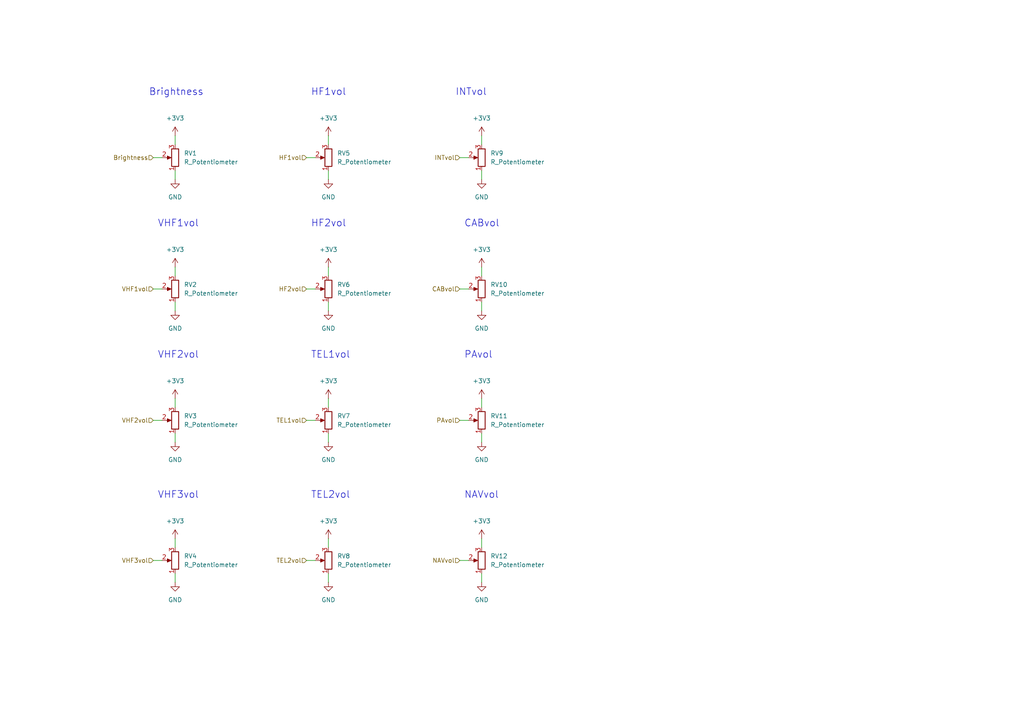
<source format=kicad_sch>
(kicad_sch (version 20231120) (generator "eeschema") (generator_version "8.0")
  (paper "A4")
  (lib_symbols
    (symbol "Device:R_Potentiometer" (pin_names (offset 1.016) hide)
      (property "Reference" "RV" (at -4.445 0 90))
      (property "Value" "R_Potentiometer" (at -2.54 0 90))
      (symbol "R_Potentiometer_0_1"
        (polyline (pts (xy 2.54 0) (xy 1.524 0)))
        (polyline (pts (xy 1.143 0) (xy 2.286 0.508) (xy 2.286 -0.508) (xy 1.143 0)) (fill (type outline)))
        (rectangle (start 1.016 2.54) (end -1.016 -2.54) (stroke (width 0.254)))
      )
      (symbol "R_Potentiometer_1_1"
        (pin passive line (at 0 3.81 270) (length 1.27) (name "1") (number "1"))
        (pin passive line (at 3.81 0 180) (length 1.27) (name "2") (number "2"))
        (pin passive line (at 0 -3.81 90) (length 1.27) (name "3") (number "3"))
      )
    )
    (symbol "power:+3V3" (power) (pin_numbers hide) (pin_names (offset 0) hide)
      (property "Value" "+3V3" (at 0 3.556 0))
      (symbol "+3V3_0_1"
        (polyline (pts (xy -0.762 1.27) (xy 0 2.54)))
        (polyline (pts (xy 0 0) (xy 0 2.54)))
        (polyline (pts (xy 0 2.54) (xy 0.762 1.27)))
      )
      (symbol "+3V3_1_1"
        (pin power_in line (at 0 0 90) (length 0) (name "~") (number "1"))
      )
    )
    (symbol "power:GND" (power) (pin_numbers hide) (pin_names (offset 0) hide)
      (property "Value" "GND" (at 0 -3.81 0))
      (symbol "GND_0_1"
        (polyline (pts (xy 0 0) (xy 0 -1.27) (xy 1.27 -1.27) (xy 0 -2.54) (xy -1.27 -1.27) (xy 0 -1.27)))
      )
      (symbol "GND_1_1"
        (pin power_in line (at 0 0 270) (length 0) (name "~") (number "1"))
      )
    )
  )
  (wire (pts (xy 133.35 121.92) (xy 135.89 121.92)))
  (wire (pts (xy 44.45 83.82) (xy 46.99 83.82)))
  (wire (pts (xy 139.7 39.37) (xy 139.7 41.91)))
  (wire (pts (xy 139.7 166.37) (xy 139.7 168.91)))
  (wire (pts (xy 50.8 87.63) (xy 50.8 90.17)))
  (wire (pts (xy 95.25 115.57) (xy 95.25 118.11)))
  (wire (pts (xy 44.45 121.92) (xy 46.99 121.92)))
  (wire (pts (xy 139.7 125.73) (xy 139.7 128.27)))
  (wire (pts (xy 95.25 125.73) (xy 95.25 128.27)))
  (wire (pts (xy 50.8 115.57) (xy 50.8 118.11)))
  (wire (pts (xy 50.8 49.53) (xy 50.8 52.07)))
  (wire (pts (xy 95.25 166.37) (xy 95.25 168.91)))
  (wire (pts (xy 95.25 49.53) (xy 95.25 52.07)))
  (wire (pts (xy 44.45 45.72) (xy 46.99 45.72)))
  (wire (pts (xy 50.8 166.37) (xy 50.8 168.91)))
  (wire (pts (xy 88.9 121.92) (xy 91.44 121.92)))
  (wire (pts (xy 44.45 162.56) (xy 46.99 162.56)))
  (wire (pts (xy 88.9 162.56) (xy 91.44 162.56)))
  (wire (pts (xy 139.7 87.63) (xy 139.7 90.17)))
  (wire (pts (xy 133.35 45.72) (xy 135.89 45.72)))
  (wire (pts (xy 50.8 77.47) (xy 50.8 80.01)))
  (wire (pts (xy 50.8 156.21) (xy 50.8 158.75)))
  (wire (pts (xy 133.35 162.56) (xy 135.89 162.56)))
  (wire (pts (xy 95.25 77.47) (xy 95.25 80.01)))
  (wire (pts (xy 139.7 49.53) (xy 139.7 52.07)))
  (wire (pts (xy 50.8 125.73) (xy 50.8 128.27)))
  (wire (pts (xy 50.8 39.37) (xy 50.8 41.91)))
  (wire (pts (xy 139.7 77.47) (xy 139.7 80.01)))
  (wire (pts (xy 95.25 39.37) (xy 95.25 41.91)))
  (wire (pts (xy 88.9 83.82) (xy 91.44 83.82)))
  (wire (pts (xy 139.7 156.21) (xy 139.7 158.75)))
  (wire (pts (xy 95.25 87.63) (xy 95.25 90.17)))
  (wire (pts (xy 95.25 156.21) (xy 95.25 158.75)))
  (wire (pts (xy 88.9 45.72) (xy 91.44 45.72)))
  (wire (pts (xy 133.35 83.82) (xy 135.89 83.82)))
  (wire (pts (xy 139.7 115.57) (xy 139.7 118.11)))
  (text "VHF3vol" (at 45.72 144.78 0) (effects (font (size 2 2)) (justify left bottom)))
  (text "Brightness" (at 43.18 27.94 0) (effects (font (size 2 2)) (justify left bottom)))
  (text "NAVvol" (at 134.62 144.78 0) (effects (font (size 2 2)) (justify left bottom)))
  (text "VHF1vol" (at 45.72 66.04 0) (effects (font (size 2 2)) (justify left bottom)))
  (text "HF2vol" (at 90.17 66.04 0) (effects (font (size 2 2)) (justify left bottom)))
  (text "CABvol" (at 134.62 66.04 0) (effects (font (size 2 2)) (justify left bottom)))
  (text "PAvol" (at 134.62 104.14 0) (effects (font (size 2 2)) (justify left bottom)))
  (text "INTvol" (at 132.08 27.94 0) (effects (font (size 2 2)) (justify left bottom)))
  (text "TEL2vol" (at 90.17 144.78 0) (effects (font (size 2 2)) (justify left bottom)))
  (text "VHF2vol" (at 45.72 104.14 0) (effects (font (size 2 2)) (justify left bottom)))
  (text "TEL1vol" (at 90.17 104.14 0) (effects (font (size 2 2)) (justify left bottom)))
  (text "HF1vol" (at 90.17 27.94 0) (effects (font (size 2 2)) (justify left bottom)))
  (hierarchical_label "INTvol" (shape input) (at 133.35 45.72 180))
  (hierarchical_label "VHF2vol" (shape input) (at 44.45 121.92 180))
  (hierarchical_label "PAvol" (shape input) (at 133.35 121.92 180))
  (hierarchical_label "VHF1vol" (shape input) (at 44.45 83.82 180))
  (hierarchical_label "HF1vol" (shape input) (at 88.9 45.72 180))
  (hierarchical_label "NAVvol" (shape input) (at 133.35 162.56 180))
  (hierarchical_label "TEL2vol" (shape input) (at 88.9 162.56 180))
  (hierarchical_label "VHF3vol" (shape input) (at 44.45 162.56 180))
  (hierarchical_label "Brightness" (shape input) (at 44.45 45.72 180))
  (hierarchical_label "TEL1vol" (shape input) (at 88.9 121.92 180))
  (hierarchical_label "HF2vol" (shape input) (at 88.9 83.82 180))
  (hierarchical_label "CABvol" (shape input) (at 133.35 83.82 180))
  (symbol (lib_id "power:+3V3") (at 95.25 115.57 0) (unit 1)
    (property "Reference" "#PWR013" (effects (hide yes)))
    (property "Value" "+3V3" (at 95.25 110.49 0))
    (property "Description" "Power symbol creates a global label with name \"+3V3\"" (effects (hide yes)))
  )
  (symbol (lib_id "power:+3V3") (at 139.7 156.21 0) (unit 1)
    (property "Reference" "#PWR023" (effects (hide yes)))
    (property "Value" "+3V3" (at 139.7 151.13 0))
    (property "Description" "Power symbol creates a global label with name \"+3V3\"" (effects (hide yes)))
  )
  (symbol (lib_id "power:GND") (at 95.25 128.27 0) (unit 1)
    (property "Reference" "#PWR014" (effects (hide yes)))
    (property "Value" "GND" (at 95.25 133.35 0))
    (property "Description" "Power symbol creates a global label with name \"GND\" , ground" (effects (hide yes)))
  )
  (symbol (lib_id "power:+3V3") (at 139.7 39.37 0) (unit 1)
    (property "Reference" "#PWR017" (effects (hide yes)))
    (property "Value" "+3V3" (at 139.7 34.29 0))
    (property "Description" "Power symbol creates a global label with name \"+3V3\"" (effects (hide yes)))
  )
  (symbol (lib_id "Device:R_Potentiometer") (at 50.8 45.72 180) (unit 1)
    (property "Reference" "RV1" (at 53.34 44.45 0) (effects (justify right)))
    (property "Value" "R_Potentiometer" (at 53.34 46.99 0) (effects (justify right)))
    (property "Footprint" "Potentiometer_THT:Potentiometer_Alps_RK09K_Single_Vertical" (effects (hide yes)))
    (property "Datasheet" "https://www.lcsc.com/datasheet/lcsc_datasheet_2410161506_ALPSALPINE-RK09L1140A5L_C7419101.pdf" (effects (hide yes)))
    (property "Manufracturer" "ALPSALPINE" (effects (hide yes)))
    (property "Manufracturer Part Number" "RK09L1140A5L" (effects (hide yes)))
    (property "JLCPCB Part" "C7419101" (effects (hide yes)))
  )
  (symbol (lib_id "power:GND") (at 95.25 90.17 0) (unit 1)
    (property "Reference" "#PWR012" (effects (hide yes)))
    (property "Value" "GND" (at 95.25 95.25 0))
    (property "Description" "Power symbol creates a global label with name \"GND\" , ground" (effects (hide yes)))
  )
  (symbol (lib_id "power:GND") (at 139.7 128.27 0) (unit 1)
    (property "Reference" "#PWR022" (effects (hide yes)))
    (property "Value" "GND" (at 139.7 133.35 0))
    (property "Description" "Power symbol creates a global label with name \"GND\" , ground" (effects (hide yes)))
  )
  (symbol (lib_id "power:GND") (at 50.8 52.07 0) (unit 1)
    (property "Reference" "#PWR02" (effects (hide yes)))
    (property "Value" "GND" (at 50.8 57.15 0))
    (property "Description" "Power symbol creates a global label with name \"GND\" , ground" (effects (hide yes)))
  )
  (symbol (lib_id "power:+3V3") (at 139.7 115.57 0) (unit 1)
    (property "Reference" "#PWR021" (effects (hide yes)))
    (property "Value" "+3V3" (at 139.7 110.49 0))
    (property "Description" "Power symbol creates a global label with name \"+3V3\"" (effects (hide yes)))
  )
  (symbol (lib_id "power:GND") (at 139.7 52.07 0) (unit 1)
    (property "Reference" "#PWR018" (effects (hide yes)))
    (property "Value" "GND" (at 139.7 57.15 0))
    (property "Description" "Power symbol creates a global label with name \"GND\" , ground" (effects (hide yes)))
  )
  (symbol (lib_id "Device:R_Potentiometer") (at 139.7 121.92 180) (unit 1)
    (property "Reference" "RV11" (at 142.24 120.65 0) (effects (justify right)))
    (property "Value" "R_Potentiometer" (at 142.24 123.19 0) (effects (justify right)))
    (property "Footprint" "Potentiometer_THT:Potentiometer_Alps_RK09K_Single_Vertical" (effects (hide yes)))
    (property "Datasheet" "https://www.lcsc.com/datasheet/lcsc_datasheet_2410161506_ALPSALPINE-RK09L1140A5L_C7419101.pdf" (effects (hide yes)))
    (property "Manufracturer" "ALPSALPINE" (effects (hide yes)))
    (property "Manufracturer Part Number" "RK09L1140A5L" (effects (hide yes)))
    (property "JLCPCB Part" "C7419101" (effects (hide yes)))
  )
  (symbol (lib_id "Device:R_Potentiometer") (at 95.25 162.56 180) (unit 1)
    (property "Reference" "RV8" (at 97.79 161.29 0) (effects (justify right)))
    (property "Value" "R_Potentiometer" (at 97.79 163.83 0) (effects (justify right)))
    (property "Footprint" "Potentiometer_THT:Potentiometer_Alps_RK09K_Single_Vertical" (effects (hide yes)))
    (property "Datasheet" "https://www.lcsc.com/datasheet/lcsc_datasheet_2410161506_ALPSALPINE-RK09L1140A5L_C7419101.pdf" (effects (hide yes)))
    (property "Manufracturer" "ALPSALPINE" (effects (hide yes)))
    (property "Manufracturer Part Number" "RK09L1140A5L" (effects (hide yes)))
    (property "JLCPCB Part" "C7419101" (effects (hide yes)))
  )
  (symbol (lib_id "power:GND") (at 139.7 90.17 0) (unit 1)
    (property "Reference" "#PWR020" (effects (hide yes)))
    (property "Value" "GND" (at 139.7 95.25 0))
    (property "Description" "Power symbol creates a global label with name \"GND\" , ground" (effects (hide yes)))
  )
  (symbol (lib_id "power:GND") (at 95.25 52.07 0) (unit 1)
    (property "Reference" "#PWR010" (effects (hide yes)))
    (property "Value" "GND" (at 95.25 57.15 0))
    (property "Description" "Power symbol creates a global label with name \"GND\" , ground" (effects (hide yes)))
  )
  (symbol (lib_id "power:+3V3") (at 50.8 39.37 0) (unit 1)
    (property "Reference" "#PWR01" (effects (hide yes)))
    (property "Value" "+3V3" (at 50.8 34.29 0))
    (property "Description" "Power symbol creates a global label with name \"+3V3\"" (effects (hide yes)))
  )
  (symbol (lib_id "Device:R_Potentiometer") (at 139.7 162.56 180) (unit 1)
    (property "Reference" "RV12" (at 142.24 161.29 0) (effects (justify right)))
    (property "Value" "R_Potentiometer" (at 142.24 163.83 0) (effects (justify right)))
    (property "Footprint" "Potentiometer_THT:Potentiometer_Alps_RK09K_Single_Vertical" (effects (hide yes)))
    (property "Datasheet" "https://www.lcsc.com/datasheet/lcsc_datasheet_2410161506_ALPSALPINE-RK09L1140A5L_C7419101.pdf" (effects (hide yes)))
    (property "Manufracturer" "ALPSALPINE" (effects (hide yes)))
    (property "Manufracturer Part Number" "RK09L1140A5L" (effects (hide yes)))
    (property "JLCPCB Part" "C7419101" (effects (hide yes)))
  )
  (symbol (lib_id "power:+3V3") (at 50.8 115.57 0) (unit 1)
    (property "Reference" "#PWR05" (effects (hide yes)))
    (property "Value" "+3V3" (at 50.8 110.49 0))
    (property "Description" "Power symbol creates a global label with name \"+3V3\"" (effects (hide yes)))
  )
  (symbol (lib_id "power:+3V3") (at 139.7 77.47 0) (unit 1)
    (property "Reference" "#PWR019" (effects (hide yes)))
    (property "Value" "+3V3" (at 139.7 72.39 0))
    (property "Description" "Power symbol creates a global label with name \"+3V3\"" (effects (hide yes)))
  )
  (symbol (lib_id "power:+3V3") (at 50.8 77.47 0) (unit 1)
    (property "Reference" "#PWR03" (effects (hide yes)))
    (property "Value" "+3V3" (at 50.8 72.39 0))
    (property "Description" "Power symbol creates a global label with name \"+3V3\"" (effects (hide yes)))
  )
  (symbol (lib_id "power:GND") (at 95.25 168.91 0) (unit 1)
    (property "Reference" "#PWR016" (effects (hide yes)))
    (property "Value" "GND" (at 95.25 173.99 0))
    (property "Description" "Power symbol creates a global label with name \"GND\" , ground" (effects (hide yes)))
  )
  (symbol (lib_id "power:GND") (at 139.7 168.91 0) (unit 1)
    (property "Reference" "#PWR024" (effects (hide yes)))
    (property "Value" "GND" (at 139.7 173.99 0))
    (property "Description" "Power symbol creates a global label with name \"GND\" , ground" (effects (hide yes)))
  )
  (symbol (lib_id "power:+3V3") (at 95.25 39.37 0) (unit 1)
    (property "Reference" "#PWR09" (effects (hide yes)))
    (property "Value" "+3V3" (at 95.25 34.29 0))
    (property "Description" "Power symbol creates a global label with name \"+3V3\"" (effects (hide yes)))
  )
  (symbol (lib_id "power:GND") (at 50.8 90.17 0) (unit 1)
    (property "Reference" "#PWR04" (effects (hide yes)))
    (property "Value" "GND" (at 50.8 95.25 0))
    (property "Description" "Power symbol creates a global label with name \"GND\" , ground" (effects (hide yes)))
  )
  (symbol (lib_id "Device:R_Potentiometer") (at 50.8 162.56 180) (unit 1)
    (property "Reference" "RV4" (at 53.34 161.29 0) (effects (justify right)))
    (property "Value" "R_Potentiometer" (at 53.34 163.83 0) (effects (justify right)))
    (property "Footprint" "Potentiometer_THT:Potentiometer_Alps_RK09K_Single_Vertical" (effects (hide yes)))
    (property "Datasheet" "https://www.lcsc.com/datasheet/lcsc_datasheet_2410161506_ALPSALPINE-RK09L1140A5L_C7419101.pdf" (effects (hide yes)))
    (property "Manufracturer" "ALPSALPINE" (effects (hide yes)))
    (property "Manufracturer Part Number" "RK09L1140A5L" (effects (hide yes)))
    (property "JLCPCB Part" "C7419101" (effects (hide yes)))
  )
  (symbol (lib_id "Device:R_Potentiometer") (at 95.25 83.82 180) (unit 1)
    (property "Reference" "RV6" (at 97.79 82.55 0) (effects (justify right)))
    (property "Value" "R_Potentiometer" (at 97.79 85.09 0) (effects (justify right)))
    (property "Footprint" "Potentiometer_THT:Potentiometer_Alps_RK09K_Single_Vertical" (effects (hide yes)))
    (property "Datasheet" "https://www.lcsc.com/datasheet/lcsc_datasheet_2410161506_ALPSALPINE-RK09L1140A5L_C7419101.pdf" (effects (hide yes)))
    (property "Manufracturer" "ALPSALPINE" (effects (hide yes)))
    (property "Manufracturer Part Number" "RK09L1140A5L" (effects (hide yes)))
    (property "JLCPCB Part" "C7419101" (effects (hide yes)))
  )
  (symbol (lib_id "Device:R_Potentiometer") (at 95.25 45.72 180) (unit 1)
    (property "Reference" "RV5" (at 97.79 44.45 0) (effects (justify right)))
    (property "Value" "R_Potentiometer" (at 97.79 46.99 0) (effects (justify right)))
    (property "Footprint" "Potentiometer_THT:Potentiometer_Alps_RK09K_Single_Vertical" (effects (hide yes)))
    (property "Datasheet" "https://www.lcsc.com/datasheet/lcsc_datasheet_2410161506_ALPSALPINE-RK09L1140A5L_C7419101.pdf" (effects (hide yes)))
    (property "Manufracturer" "ALPSALPINE" (effects (hide yes)))
    (property "Manufracturer Part Number" "RK09L1140A5L" (effects (hide yes)))
    (property "JLCPCB Part" "C7419101" (effects (hide yes)))
  )
  (symbol (lib_id "Device:R_Potentiometer") (at 139.7 83.82 180) (unit 1)
    (property "Reference" "RV10" (at 142.24 82.55 0) (effects (justify right)))
    (property "Value" "R_Potentiometer" (at 142.24 85.09 0) (effects (justify right)))
    (property "Footprint" "Potentiometer_THT:Potentiometer_Alps_RK09K_Single_Vertical" (effects (hide yes)))
    (property "Datasheet" "https://www.lcsc.com/datasheet/lcsc_datasheet_2410161506_ALPSALPINE-RK09L1140A5L_C7419101.pdf" (effects (hide yes)))
    (property "Manufracturer" "ALPSALPINE" (effects (hide yes)))
    (property "Manufracturer Part Number" "RK09L1140A5L" (effects (hide yes)))
    (property "JLCPCB Part" "C7419101" (effects (hide yes)))
  )
  (symbol (lib_id "power:GND") (at 50.8 168.91 0) (unit 1)
    (property "Reference" "#PWR08" (effects (hide yes)))
    (property "Value" "GND" (at 50.8 173.99 0))
    (property "Description" "Power symbol creates a global label with name \"GND\" , ground" (effects (hide yes)))
  )
  (symbol (lib_id "power:GND") (at 50.8 128.27 0) (unit 1)
    (property "Reference" "#PWR06" (effects (hide yes)))
    (property "Value" "GND" (at 50.8 133.35 0))
    (property "Description" "Power symbol creates a global label with name \"GND\" , ground" (effects (hide yes)))
  )
  (symbol (lib_id "power:+3V3") (at 95.25 77.47 0) (unit 1)
    (property "Reference" "#PWR011" (effects (hide yes)))
    (property "Value" "+3V3" (at 95.25 72.39 0))
    (property "Description" "Power symbol creates a global label with name \"+3V3\"" (effects (hide yes)))
  )
  (symbol (lib_id "power:+3V3") (at 50.8 156.21 0) (unit 1)
    (property "Reference" "#PWR07" (effects (hide yes)))
    (property "Value" "+3V3" (at 50.8 151.13 0))
    (property "Description" "Power symbol creates a global label with name \"+3V3\"" (effects (hide yes)))
  )
  (symbol (lib_id "power:+3V3") (at 95.25 156.21 0) (unit 1)
    (property "Reference" "#PWR015" (effects (hide yes)))
    (property "Value" "+3V3" (at 95.25 151.13 0))
    (property "Description" "Power symbol creates a global label with name \"+3V3\"" (effects (hide yes)))
  )
  (symbol (lib_id "Device:R_Potentiometer") (at 50.8 121.92 180) (unit 1)
    (property "Reference" "RV3" (at 53.34 120.65 0) (effects (justify right)))
    (property "Value" "R_Potentiometer" (at 53.34 123.19 0) (effects (justify right)))
    (property "Footprint" "Potentiometer_THT:Potentiometer_Alps_RK09K_Single_Vertical" (effects (hide yes)))
    (property "Datasheet" "https://www.lcsc.com/datasheet/lcsc_datasheet_2410161506_ALPSALPINE-RK09L1140A5L_C7419101.pdf" (effects (hide yes)))
    (property "Manufracturer" "ALPSALPINE" (effects (hide yes)))
    (property "Manufracturer Part Number" "RK09L1140A5L" (effects (hide yes)))
    (property "JLCPCB Part" "C7419101" (effects (hide yes)))
  )
  (symbol (lib_id "Device:R_Potentiometer") (at 139.7 45.72 180) (unit 1)
    (property "Reference" "RV9" (at 142.24 44.45 0) (effects (justify right)))
    (property "Value" "R_Potentiometer" (at 142.24 46.99 0) (effects (justify right)))
    (property "Footprint" "Potentiometer_THT:Potentiometer_Alps_RK09K_Single_Vertical" (effects (hide yes)))
    (property "Datasheet" "https://www.lcsc.com/datasheet/lcsc_datasheet_2410161506_ALPSALPINE-RK09L1140A5L_C7419101.pdf" (effects (hide yes)))
    (property "Manufracturer" "ALPSALPINE" (effects (hide yes)))
    (property "Manufracturer Part Number" "RK09L1140A5L" (effects (hide yes)))
    (property "JLCPCB Part" "C7419101" (effects (hide yes)))
  )
  (symbol (lib_id "Device:R_Potentiometer") (at 50.8 83.82 180) (unit 1)
    (property "Reference" "RV2" (at 53.34 82.55 0) (effects (justify right)))
    (property "Value" "R_Potentiometer" (at 53.34 85.09 0) (effects (justify right)))
    (property "Footprint" "Potentiometer_THT:Potentiometer_Alps_RK09K_Single_Vertical" (effects (hide yes)))
    (property "Datasheet" "https://www.lcsc.com/datasheet/lcsc_datasheet_2410161506_ALPSALPINE-RK09L1140A5L_C7419101.pdf" (effects (hide yes)))
    (property "Manufracturer" "ALPSALPINE" (effects (hide yes)))
    (property "Manufracturer Part Number" "RK09L1140A5L" (effects (hide yes)))
    (property "JLCPCB Part" "C7419101" (effects (hide yes)))
  )
  (symbol (lib_id "Device:R_Potentiometer") (at 95.25 121.92 180) (unit 1)
    (property "Reference" "RV7" (at 97.79 120.65 0) (effects (justify right)))
    (property "Value" "R_Potentiometer" (at 97.79 123.19 0) (effects (justify right)))
    (property "Footprint" "Potentiometer_THT:Potentiometer_Alps_RK09K_Single_Vertical" (effects (hide yes)))
    (property "Datasheet" "https://www.lcsc.com/datasheet/lcsc_datasheet_2410161506_ALPSALPINE-RK09L1140A5L_C7419101.pdf" (effects (hide yes)))
    (property "Manufracturer" "ALPSALPINE" (effects (hide yes)))
    (property "Manufracturer Part Number" "RK09L1140A5L" (effects (hide yes)))
    (property "JLCPCB Part" "C7419101" (effects (hide yes)))
  )
)
</source>
